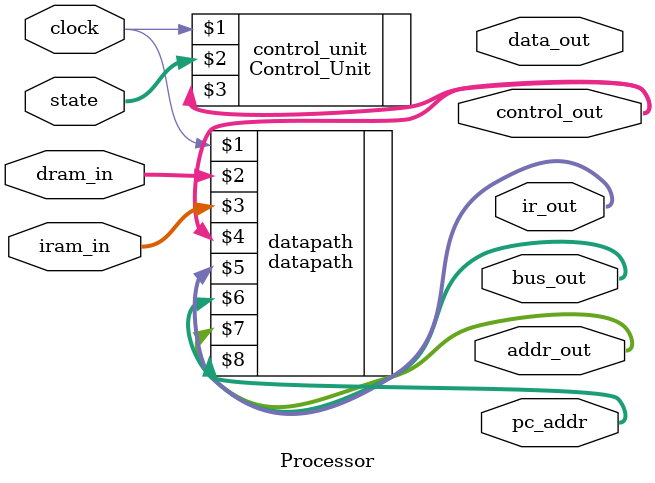
<source format=v>
module Processor(clock, dram_in, data_out, iram_in, state,ir_out, bus_out, addr_out,control_out, pc_addr);
input clock;
input [15:0] dram_in;
input [15:0] iram_in;
input[5:0] state;
output[15:0] bus_out;
output wire[15:0] addr_out;
output wire[15:0] ir_out, data_out, pc_addr;
output wire[22:0] control_out;
//output reg[1:0] read_en;
// corresponds to 13:data read / 12:instruction read
//output reg mem_write_data;
Control_Unit control_unit(clock, state, control_out);


datapath datapath(clock, dram_in, iram_in, control_out,ir_out, bus_out, addr_out, pc_addr);
//read_en = control_out[13:12]; 
//mem_write_data = control_out[14];
endmodule 
</source>
